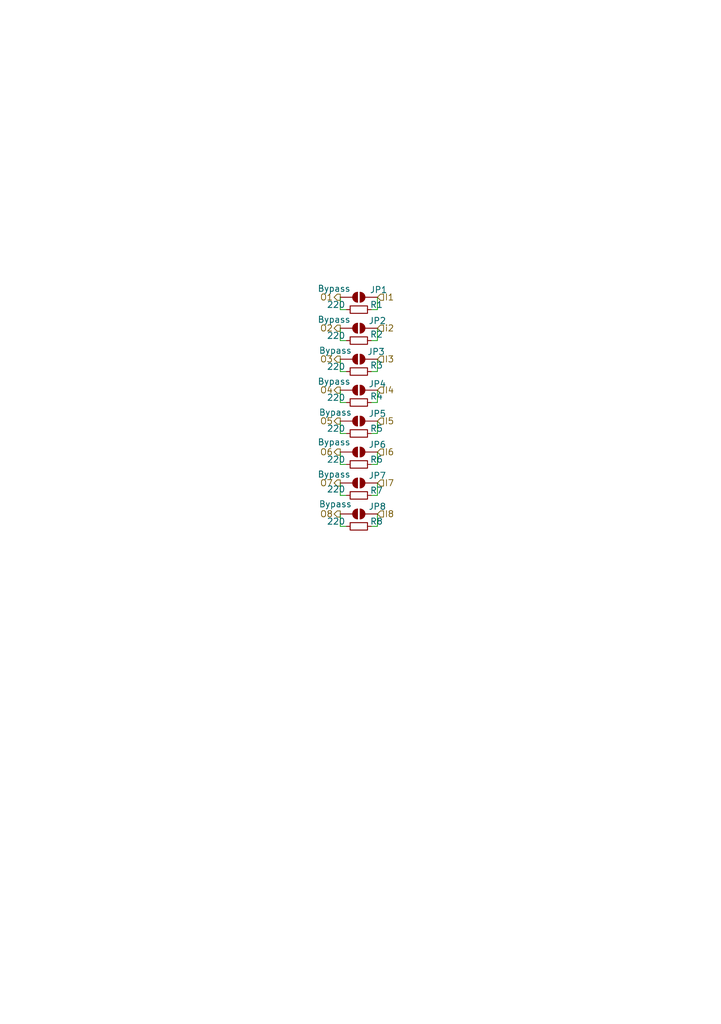
<source format=kicad_sch>
(kicad_sch (version 20231120) (generator "eeschema") (generator_version "8.0")
  (paper "A5" portrait)
  (title_block (title "Resistor jumper array") (date "2025-02-18"))
  (lib_symbols
    (symbol "Device:R_Small" (pin_numbers hide) (pin_names (offset 0.254) hide)
      (property "Reference" "R" (at 0.762 0.508 0))
      (property "Value" "R_Small" (at 0.762 -1.016 0))
      (symbol "R_Small_0_1"
        (rectangle (start -0.762 1.778) (end 0.762 -1.778) (stroke (width 0.2032)))
      )
      (symbol "R_Small_1_1"
        (pin passive line (at 0 2.54 270) (length 0.762) (name "~") (number "1"))
        (pin passive line (at 0 -2.54 90) (length 0.762) (name "~") (number "2"))
      )
    )
    (symbol "Jumper:SolderJumper_2_Open" (pin_numbers hide) (pin_names (offset 0) hide) (exclude_from_sim yes) (in_bom no)
      (property "Reference" "JP" (at 0 2.032 0))
      (property "Value" "SolderJumper_2_Open" (at 0 -2.54 0))
      (symbol "SolderJumper_2_Open_0_1"
        (arc (start -0.254 1.016) (mid -1.2656 0) (end -0.254 -1.016))
        (arc (start -0.254 1.016) (mid -1.2656 0) (end -0.254 -1.016) (fill (type outline)))
        (polyline (pts (xy -0.254 1.016) (xy -0.254 -1.016)))
        (polyline (pts (xy 0.254 1.016) (xy 0.254 -1.016)))
        (arc (start 0.254 -1.016) (mid 1.2656 0) (end 0.254 1.016))
        (arc (start 0.254 -1.016) (mid 1.2656 0) (end 0.254 1.016) (fill (type outline)))
      )
      (symbol "SolderJumper_2_Open_1_1"
        (pin passive line (at -3.81 0 0) (length 2.54) (name "A") (number "1"))
        (pin passive line (at 3.81 0 180) (length 2.54) (name "B") (number "2"))
      )
    )
  )
  (wire (pts (xy 77.47 76.2) (xy 77.47 73.66)))
  (wire (pts (xy 71.12 88.9) (xy 69.85 88.9)))
  (wire (pts (xy 69.85 69.85) (xy 69.85 67.31)))
  (wire (pts (xy 76.2 63.5) (xy 77.47 63.5)))
  (wire (pts (xy 71.12 82.55) (xy 69.85 82.55)))
  (wire (pts (xy 71.12 107.95) (xy 69.85 107.95)))
  (wire (pts (xy 76.2 69.85) (xy 77.47 69.85)))
  (wire (pts (xy 69.85 107.95) (xy 69.85 105.41)))
  (wire (pts (xy 76.2 107.95) (xy 77.47 107.95)))
  (wire (pts (xy 76.2 101.6) (xy 77.47 101.6)))
  (wire (pts (xy 69.85 88.9) (xy 69.85 86.36)))
  (wire (pts (xy 77.47 82.55) (xy 77.47 80.01)))
  (wire (pts (xy 77.47 69.85) (xy 77.47 67.31)))
  (wire (pts (xy 71.12 76.2) (xy 69.85 76.2)))
  (wire (pts (xy 69.85 101.6) (xy 69.85 99.06)))
  (wire (pts (xy 76.2 95.25) (xy 77.47 95.25)))
  (wire (pts (xy 69.85 95.25) (xy 69.85 92.71)))
  (wire (pts (xy 69.85 82.55) (xy 69.85 80.01)))
  (wire (pts (xy 76.2 76.2) (xy 77.47 76.2)))
  (wire (pts (xy 76.2 88.9) (xy 77.47 88.9)))
  (wire (pts (xy 77.47 95.25) (xy 77.47 92.71)))
  (wire (pts (xy 71.12 69.85) (xy 69.85 69.85)))
  (wire (pts (xy 76.2 82.55) (xy 77.47 82.55)))
  (wire (pts (xy 69.85 63.5) (xy 69.85 60.96)))
  (wire (pts (xy 71.12 63.5) (xy 69.85 63.5)))
  (wire (pts (xy 71.12 101.6) (xy 69.85 101.6)))
  (wire (pts (xy 77.47 101.6) (xy 77.47 99.06)))
  (wire (pts (xy 77.47 63.5) (xy 77.47 60.96)))
  (wire (pts (xy 77.47 107.95) (xy 77.47 105.41)))
  (wire (pts (xy 69.85 76.2) (xy 69.85 73.66)))
  (wire (pts (xy 77.47 88.9) (xy 77.47 86.36)))
  (wire (pts (xy 71.12 95.25) (xy 69.85 95.25)))
  (hierarchical_label "O4" (shape output) (at 69.85 80.01 180))
  (hierarchical_label "O7" (shape output) (at 69.85 99.06 180))
  (hierarchical_label "O1" (shape output) (at 69.85 60.96 180))
  (hierarchical_label "I6" (shape input) (at 77.47 92.71 0))
  (hierarchical_label "I5" (shape input) (at 77.47 86.36 0))
  (hierarchical_label "O6" (shape output) (at 69.85 92.71 180))
  (hierarchical_label "I7" (shape input) (at 77.47 99.06 0))
  (hierarchical_label "i2" (shape input) (at 77.47 67.31 0))
  (hierarchical_label "O8" (shape output) (at 69.85 105.41 180))
  (hierarchical_label "O2" (shape output) (at 69.85 67.31 180))
  (hierarchical_label "I4" (shape input) (at 77.47 80.01 0))
  (hierarchical_label "I8" (shape input) (at 77.47 105.41 0))
  (hierarchical_label "I3" (shape input) (at 77.47 73.66 0))
  (hierarchical_label "I1" (shape input) (at 77.47 60.96 0))
  (hierarchical_label "O3" (shape output) (at 69.85 73.66 180))
  (hierarchical_label "O5" (shape output) (at 69.85 86.36 180))
  (symbol (lib_id "Device:R_Small") (at 73.66 95.25 270) (unit 1)
    (property "Reference" "R6" (at 75.946 94.234 90) (effects (justify left)))
    (property "Value" "220" (at 67.056 94.234 90) (effects (justify left)))
    (property "Footprint" "Resistor_THT:R_Axial_DIN0207_L6.3mm_D2.5mm_P10.16mm_Horizontal" (effects (hide yes)))
  )
  (symbol (lib_id "Device:R_Small") (at 73.66 82.55 270) (unit 1)
    (property "Reference" "R4" (at 75.946 81.28 90) (effects (justify left)))
    (property "Value" "220" (at 67.056 81.534 90) (effects (justify left)))
    (property "Footprint" "Resistor_THT:R_Axial_DIN0207_L6.3mm_D2.5mm_P10.16mm_Horizontal" (effects (hide yes)))
  )
  (symbol (lib_id "Jumper:SolderJumper_2_Open") (at 73.66 73.66 0) (mirror y) (unit 1) (exclude_from_sim yes) (in_bom no)
    (property "Reference" "JP3" (at 77.216 72.136 0))
    (property "Value" "Bypass" (at 68.834 71.882 0))
    (property "Footprint" "Jumper:SolderJumper-2_P1.3mm_Open_TrianglePad1.0x1.5mm" (effects (hide yes)))
    (property "Description" "Solder Jumper, 2-pole, open" (effects (hide yes)))
  )
  (symbol (lib_id "Jumper:SolderJumper_2_Open") (at 73.66 92.71 0) (mirror y) (unit 1) (exclude_from_sim yes) (in_bom no)
    (property "Reference" "JP6" (at 77.47 91.186 0))
    (property "Value" "Bypass" (at 68.58 90.678 0))
    (property "Footprint" "Jumper:SolderJumper-2_P1.3mm_Open_TrianglePad1.0x1.5mm" (effects (hide yes)))
    (property "Description" "Solder Jumper, 2-pole, open" (effects (hide yes)))
  )
  (symbol (lib_id "Jumper:SolderJumper_2_Open") (at 73.66 80.01 0) (mirror y) (unit 1) (exclude_from_sim yes) (in_bom no)
    (property "Reference" "JP4" (at 77.47 78.74 0))
    (property "Value" "Bypass" (at 68.58 78.232 0))
    (property "Footprint" "Jumper:SolderJumper-2_P1.3mm_Open_TrianglePad1.0x1.5mm" (effects (hide yes)))
    (property "Description" "Solder Jumper, 2-pole, open" (effects (hide yes)))
  )
  (symbol (lib_id "Jumper:SolderJumper_2_Open") (at 73.66 67.31 0) (mirror y) (unit 1) (exclude_from_sim yes) (in_bom no)
    (property "Reference" "JP2" (at 77.47 65.786 0))
    (property "Value" "Bypass" (at 68.58 65.532 0))
    (property "Footprint" "Jumper:SolderJumper-2_P1.3mm_Open_TrianglePad1.0x1.5mm" (effects (hide yes)))
    (property "Description" "Solder Jumper, 2-pole, open" (effects (hide yes)))
  )
  (symbol (lib_id "Jumper:SolderJumper_2_Open") (at 73.66 86.36 0) (mirror y) (unit 1) (exclude_from_sim yes) (in_bom no)
    (property "Reference" "JP5" (at 77.47 84.836 0))
    (property "Value" "Bypass" (at 68.834 84.582 0))
    (property "Footprint" "Jumper:SolderJumper-2_P1.3mm_Open_TrianglePad1.0x1.5mm" (effects (hide yes)))
    (property "Description" "Solder Jumper, 2-pole, open" (effects (hide yes)))
  )
  (symbol (lib_id "Device:R_Small") (at 73.66 107.95 270) (unit 1)
    (property "Reference" "R8" (at 75.946 106.934 90) (effects (justify left)))
    (property "Value" "220" (at 67.056 106.934 90) (effects (justify left)))
    (property "Footprint" "Resistor_THT:R_Axial_DIN0207_L6.3mm_D2.5mm_P10.16mm_Horizontal" (effects (hide yes)))
  )
  (symbol (lib_id "Device:R_Small") (at 73.66 76.2 270) (unit 1)
    (property "Reference" "R3" (at 75.946 74.93 90) (effects (justify left)))
    (property "Value" "220" (at 67.056 75.184 90) (effects (justify left)))
    (property "Footprint" "Resistor_THT:R_Axial_DIN0207_L6.3mm_D2.5mm_P10.16mm_Horizontal" (effects (hide yes)))
  )
  (symbol (lib_id "Device:R_Small") (at 73.66 101.6 270) (unit 1)
    (property "Reference" "R7" (at 75.946 100.584 90) (effects (justify left)))
    (property "Value" "220" (at 67.056 100.33 90) (effects (justify left)))
    (property "Footprint" "Resistor_THT:R_Axial_DIN0207_L6.3mm_D2.5mm_P10.16mm_Horizontal" (effects (hide yes)))
  )
  (symbol (lib_id "Jumper:SolderJumper_2_Open") (at 73.66 105.41 0) (mirror y) (unit 1) (exclude_from_sim yes) (in_bom no)
    (property "Reference" "JP8" (at 77.47 103.886 0))
    (property "Value" "Bypass" (at 68.834 103.378 0))
    (property "Footprint" "Jumper:SolderJumper-2_P1.3mm_Open_TrianglePad1.0x1.5mm" (effects (hide yes)))
    (property "Description" "Solder Jumper, 2-pole, open" (effects (hide yes)))
  )
  (symbol (lib_id "Device:R_Small") (at 73.66 88.9 270) (unit 1)
    (property "Reference" "R5" (at 75.946 87.884 90) (effects (justify left)))
    (property "Value" "220" (at 67.056 87.884 90) (effects (justify left)))
    (property "Footprint" "Resistor_THT:R_Axial_DIN0207_L6.3mm_D2.5mm_P10.16mm_Horizontal" (effects (hide yes)))
  )
  (symbol (lib_id "Jumper:SolderJumper_2_Open") (at 73.66 60.96 0) (mirror y) (unit 1) (exclude_from_sim yes) (in_bom no)
    (property "Reference" "JP1" (at 77.724 59.436 0))
    (property "Value" "Bypass" (at 68.58 59.182 0))
    (property "Footprint" "Jumper:SolderJumper-2_P1.3mm_Open_TrianglePad1.0x1.5mm" (effects (hide yes)))
    (property "Description" "Solder Jumper, 2-pole, open" (effects (hide yes)))
  )
  (symbol (lib_id "Jumper:SolderJumper_2_Open") (at 73.66 99.06 0) (mirror y) (unit 1) (exclude_from_sim yes) (in_bom no)
    (property "Reference" "JP7" (at 77.47 97.536 0))
    (property "Value" "Bypass" (at 68.58 97.282 0))
    (property "Footprint" "Jumper:SolderJumper-2_P1.3mm_Open_TrianglePad1.0x1.5mm" (effects (hide yes)))
    (property "Description" "Solder Jumper, 2-pole, open" (effects (hide yes)))
  )
  (symbol (lib_id "Device:R_Small") (at 73.66 69.85 270) (unit 1)
    (property "Reference" "R2" (at 75.946 68.58 90) (effects (justify left)))
    (property "Value" "220" (at 67.056 68.834 90) (effects (justify left)))
    (property "Footprint" "Resistor_THT:R_Axial_DIN0207_L6.3mm_D2.5mm_P10.16mm_Horizontal" (effects (hide yes)))
  )
  (symbol (lib_id "Device:R_Small") (at 73.66 63.5 270) (unit 1)
    (property "Reference" "R1" (at 75.946 62.484 90) (effects (justify left)))
    (property "Value" "220" (at 67.056 62.484 90) (effects (justify left)))
    (property "Footprint" "Resistor_THT:R_Axial_DIN0207_L6.3mm_D2.5mm_P10.16mm_Horizontal" (effects (hide yes)))
  )
)
</source>
